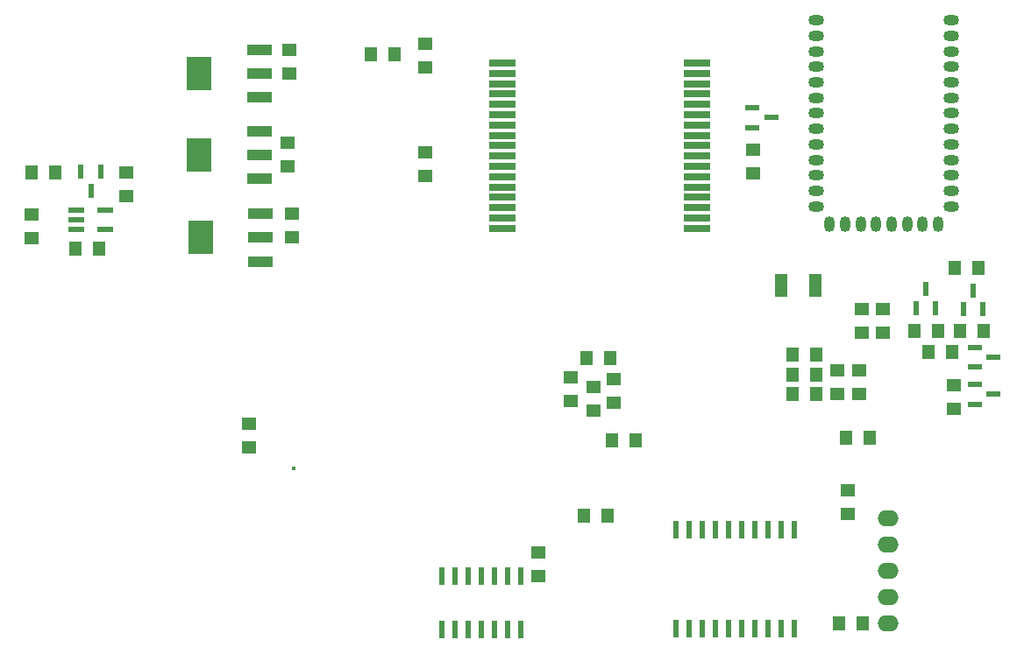
<source format=gbp>
G04*
G04 #@! TF.GenerationSoftware,Altium Limited,Altium Designer,18.1.6 (161)*
G04*
G04 Layer_Color=128*
%FSTAX24Y24*%
%MOIN*%
G70*
G01*
G75*
%ADD22R,0.0500X0.0550*%
%ADD24R,0.0550X0.0500*%
%ADD35O,0.0800X0.0600*%
%ADD37O,0.0400X0.0600*%
%ADD38O,0.0600X0.0400*%
%ADD44R,0.0150X0.0150*%
%ADD114R,0.0220X0.0520*%
%ADD115R,0.0520X0.0220*%
%ADD116R,0.0500X0.0870*%
%ADD117R,0.0210X0.0710*%
%ADD118R,0.0210X0.0670*%
%ADD119R,0.0600X0.0210*%
%ADD120R,0.0945X0.1299*%
%ADD121R,0.0945X0.0394*%
%ADD122R,0.1000X0.0256*%
D22*
X05285Y03543D02*
D03*
X05375D02*
D03*
X05394Y033014D02*
D03*
X05304D02*
D03*
X05185Y03221D02*
D03*
X05275D02*
D03*
X047578Y032104D02*
D03*
X046678D02*
D03*
X047578Y031354D02*
D03*
X046678D02*
D03*
X04871Y02894D02*
D03*
X04961D02*
D03*
X04934Y02187D02*
D03*
X04844D02*
D03*
X039747Y03197D02*
D03*
X038847D02*
D03*
X03965Y025969D02*
D03*
X03875D02*
D03*
X020289Y036146D02*
D03*
X019389D02*
D03*
X03155Y043546D02*
D03*
X03065D02*
D03*
X039818Y028844D02*
D03*
X040718D02*
D03*
X018639Y039046D02*
D03*
X017739D02*
D03*
X047578Y030604D02*
D03*
X046678D02*
D03*
X05129Y033014D02*
D03*
X05219D02*
D03*
D24*
X05279Y030954D02*
D03*
Y030054D02*
D03*
X04929Y033864D02*
D03*
Y032964D02*
D03*
X05009Y033864D02*
D03*
Y032964D02*
D03*
X04877Y02695D02*
D03*
Y02605D02*
D03*
X03825Y031244D02*
D03*
Y030344D02*
D03*
X03909Y029994D02*
D03*
Y030894D02*
D03*
X039865Y030289D02*
D03*
Y031189D02*
D03*
X037Y02367D02*
D03*
Y02457D02*
D03*
X02601Y02858D02*
D03*
Y02948D02*
D03*
X017739Y037446D02*
D03*
Y036546D02*
D03*
X02748Y03929D02*
D03*
Y04019D02*
D03*
X02765Y03657D02*
D03*
Y03747D02*
D03*
X02755Y04372D02*
D03*
Y04282D02*
D03*
X0327Y043946D02*
D03*
Y043046D02*
D03*
X032687Y03892D02*
D03*
Y03982D02*
D03*
X045164Y039D02*
D03*
Y0399D02*
D03*
X021339Y038146D02*
D03*
Y039046D02*
D03*
X048381Y031504D02*
D03*
Y030604D02*
D03*
X04919Y031504D02*
D03*
Y030604D02*
D03*
D35*
X0503Y02187D02*
D03*
Y02287D02*
D03*
Y02387D02*
D03*
Y02487D02*
D03*
Y02587D02*
D03*
D37*
X052208Y03707D02*
D03*
X051617D02*
D03*
X051027D02*
D03*
X050436D02*
D03*
X049846D02*
D03*
X049255D02*
D03*
X048665D02*
D03*
X048074D02*
D03*
D38*
X0527Y044846D02*
D03*
Y044255D02*
D03*
Y043664D02*
D03*
Y043074D02*
D03*
Y042483D02*
D03*
Y041893D02*
D03*
Y041302D02*
D03*
Y040712D02*
D03*
Y040121D02*
D03*
Y039531D02*
D03*
Y03894D02*
D03*
Y03835D02*
D03*
Y037759D02*
D03*
X047582D02*
D03*
Y03835D02*
D03*
Y03894D02*
D03*
Y039531D02*
D03*
Y040121D02*
D03*
Y040712D02*
D03*
Y041302D02*
D03*
Y041893D02*
D03*
Y042483D02*
D03*
Y043074D02*
D03*
Y043664D02*
D03*
Y044255D02*
D03*
Y044846D02*
D03*
D44*
X02771Y02778D02*
D03*
D114*
X053915Y033842D02*
D03*
X053165D02*
D03*
X05354Y034548D02*
D03*
X052115Y033898D02*
D03*
X051365D02*
D03*
X05174Y034603D02*
D03*
X019614Y039068D02*
D03*
X020364D02*
D03*
X019989Y038362D02*
D03*
D115*
X054294Y03202D02*
D03*
X053588Y032395D02*
D03*
Y031645D02*
D03*
X054294Y030603D02*
D03*
X053588Y030978D02*
D03*
Y030228D02*
D03*
X045854Y041137D02*
D03*
X045148Y041512D02*
D03*
Y040762D02*
D03*
D116*
X04754Y034754D02*
D03*
X04624D02*
D03*
D117*
X04225Y02545D02*
D03*
X04275D02*
D03*
X04325D02*
D03*
X04375D02*
D03*
X04425D02*
D03*
X04475D02*
D03*
X04525D02*
D03*
X04575D02*
D03*
X04625D02*
D03*
X04675D02*
D03*
Y02169D02*
D03*
X04625D02*
D03*
X04575D02*
D03*
X04525D02*
D03*
X04475D02*
D03*
X04425D02*
D03*
X04375D02*
D03*
X04325D02*
D03*
X04275D02*
D03*
X04225D02*
D03*
D118*
X03635Y023695D02*
D03*
X03585D02*
D03*
X03535D02*
D03*
X03485D02*
D03*
X03435D02*
D03*
X03385D02*
D03*
X03335D02*
D03*
Y021645D02*
D03*
X03385D02*
D03*
X03435D02*
D03*
X03485D02*
D03*
X03535D02*
D03*
X03585D02*
D03*
X03635D02*
D03*
D119*
X019442Y036872D02*
D03*
Y037246D02*
D03*
Y03762D02*
D03*
X020537Y036872D02*
D03*
Y03762D02*
D03*
D120*
X024158Y03657D02*
D03*
X024108Y03972D02*
D03*
X024117Y04282D02*
D03*
D121*
X026442Y035664D02*
D03*
Y03657D02*
D03*
Y037475D02*
D03*
X026392Y038814D02*
D03*
Y03972D02*
D03*
Y040625D02*
D03*
X0264Y041914D02*
D03*
Y04282D02*
D03*
Y043725D02*
D03*
D122*
X04305Y04322D02*
D03*
Y042826D02*
D03*
Y042432D02*
D03*
Y042039D02*
D03*
Y041645D02*
D03*
Y041251D02*
D03*
Y040857D02*
D03*
Y040464D02*
D03*
Y04007D02*
D03*
Y039676D02*
D03*
Y039283D02*
D03*
Y038889D02*
D03*
Y038495D02*
D03*
Y038102D02*
D03*
Y037708D02*
D03*
Y037314D02*
D03*
Y03692D02*
D03*
X035633D02*
D03*
Y037314D02*
D03*
Y037708D02*
D03*
Y038102D02*
D03*
Y038495D02*
D03*
Y038889D02*
D03*
Y039283D02*
D03*
Y039676D02*
D03*
Y04007D02*
D03*
Y040464D02*
D03*
Y040857D02*
D03*
Y041251D02*
D03*
Y041645D02*
D03*
Y042039D02*
D03*
Y042432D02*
D03*
Y042826D02*
D03*
Y04322D02*
D03*
M02*

</source>
